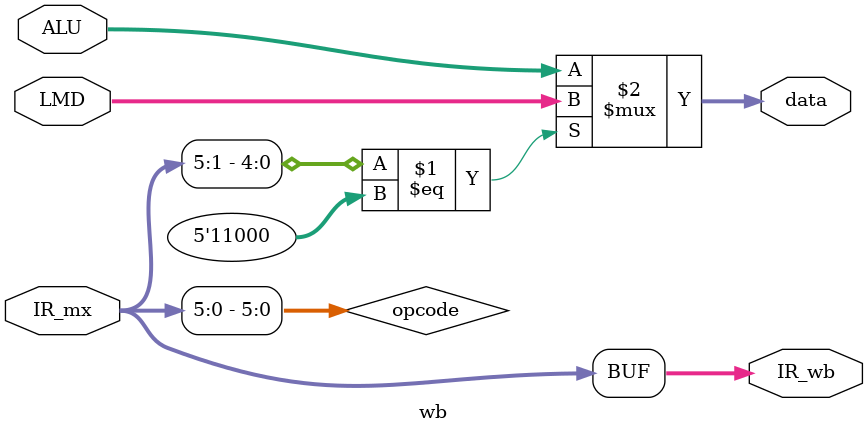
<source format=v>
module wb(
  input [31:0] IR_mx , ALU ,LMD,
  output [31:0] data, IR_wb
);
  wire[5:0] opcode ;
  assign opcode = IR_mx[31:0]; 
  assign IR_wb = IR_mx;
  assign data = (opcode[5:1]==5'b11000)?LMD:ALU;
endmodule

</source>
